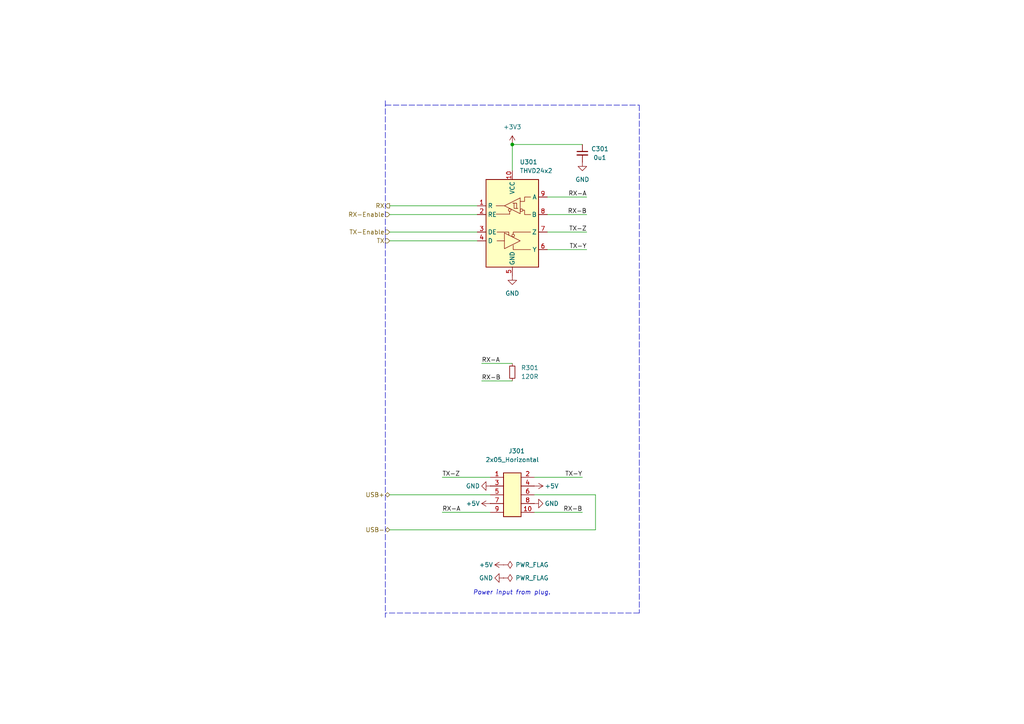
<source format=kicad_sch>
(kicad_sch (version 20250114) (generator "eeschema") (generator_version "9.0")
  (paper "A4")
  (title_block (title "V2 Link") (date "2025-10-27") (rev "4") (company "Plug"))
  (lib_symbols
    (symbol "Device:C_Small" (pin_numbers (hide yes)) (pin_names (offset 0.254) (hide yes))
      (property "Reference" "C" (at 0.254 1.778 0))
      (property "Value" "C_Small" (at 0.254 -2.032 0))
      (symbol "C_Small_0_1"
        (polyline (pts (xy -1.524 0.508) (xy 1.524 0.508)) (stroke (width 0.3048)))
        (polyline (pts (xy -1.524 -0.508) (xy 1.524 -0.508)) (stroke (width 0.3302)))
      )
      (symbol "C_Small_1_1"
        (pin passive line (at 0 2.54 270) (length 2.032) (name "~") (number "1"))
        (pin passive line (at 0 -2.54 90) (length 2.032) (name "~") (number "2"))
      )
    )
    (symbol "Device:R_Small" (pin_numbers (hide yes)) (pin_names (offset 0.254) (hide yes))
      (property "Reference" "R" (at 0 0 90))
      (property "Value" "R_Small" (at 1.778 0 90))
      (symbol "R_Small_0_1"
        (rectangle (start -0.762 1.778) (end 0.762 -1.778) (stroke (width 0.2032)))
      )
      (symbol "R_Small_1_1"
        (pin passive line (at 0 2.54 270) (length 0.762) (name "~") (number "1"))
        (pin passive line (at 0 -2.54 90) (length 0.762) (name "~") (number "2"))
      )
    )
    (symbol "V2_Connector_Header_1.27mm:2x05_Horizontal" (pin_names (hide yes))
      (property "Reference" "J" (at 0 12.7 0))
      (property "Value" "2x05_Horizontal" (at 1.27 10.16 0))
      (symbol "2x05_Horizontal_1_1"
        (rectangle (start -2.54 6.35) (end 2.54 -6.35) (stroke (width 0.254)) (fill (type background)))
        (pin passive line (at -6.35 5.08 0) (length 3.81) (name "Pin_1") (number "1"))
        (pin passive line (at -6.35 2.54 0) (length 3.81) (name "Pin_3") (number "3"))
        (pin passive line (at -6.35 0 0) (length 3.81) (name "Pin_5") (number "5"))
        (pin passive line (at -6.35 -2.54 0) (length 3.81) (name "Pin_7") (number "7"))
        (pin passive line (at -6.35 -5.08 0) (length 3.81) (name "Pin_9") (number "9"))
        (pin passive line (at 6.35 5.08 180) (length 3.81) (name "Pin_2") (number "2"))
        (pin passive line (at 6.35 2.54 180) (length 3.81) (name "Pin_4") (number "4"))
        (pin passive line (at 6.35 0 180) (length 3.81) (name "Pin_6") (number "6"))
        (pin passive line (at 6.35 -2.54 180) (length 3.81) (name "Pin_8") (number "8"))
        (pin passive line (at 6.35 -5.08 180) (length 3.81) (name "Pin_10") (number "10"))
      )
    )
    (symbol "V2_Interface_RS485:THVD24x2"
      (property "Reference" "U" (at 2.54 17.78 0))
      (property "Value" "THVD24x2" (at 2.54 15.24 0))
      (symbol "THVD24x2_0_1"
        (rectangle (start -7.62 12.7) (end 7.62 -12.7) (stroke (width 0.254)) (fill (type background)))
        (polyline (pts (xy -4.445 -5.08) (xy -2.286 -5.08)))
        (polyline (pts (xy -2.286 5.08) (xy -4.699 5.08)))
        (polyline (pts (xy -2.286 -2.794) (xy -2.286 -7.366) (xy 2.286 -5.08) (xy -2.286 -2.794)))
        (polyline (pts (xy -1.016 -3.429) (xy -1.016 -2.54) (xy -4.445 -2.54)))
        (polyline (pts (xy -0.762 3.429) (xy -0.762 2.667)))
        (polyline (pts (xy -0.762 2.667) (xy -4.699 2.667)))
        (circle (center -0.7445 3.8547) (radius 0.381))
        (circle (center 0.254 -3.556) (radius 0.381))
        (polyline (pts (xy 1.27 4.318) (xy 1.27 5.842) (xy 0.381 5.842)))
        (polyline (pts (xy 1.651 4.318) (xy 0.635 4.318) (xy 0.508 4.318) (xy 0.508 5.842) (xy 0.127 5.842)))
        (polyline (pts (xy 2.286 7.366) (xy 2.286 2.794) (xy -2.286 5.08) (xy 2.286 7.366)))
        (polyline (pts (xy 2.286 6.35) (xy 3.556 6.35) (xy 3.556 7.62) (xy 5.334 7.62)))
        (circle (center 2.667 3.81) (radius 0.381))
        (polyline (pts (xy 3.048 3.81) (xy 3.556 3.81) (xy 3.556 2.54) (xy 5.334 2.54)))
        (polyline (pts (xy 5.334 -2.54) (xy 0.254 -2.54) (xy 0.254 -3.175)))
        (polyline (pts (xy 5.334 -7.62) (xy 0.254 -7.62) (xy 0.254 -6.35)))
      )
      (symbol "THVD24x2_1_1"
        (pin output line (at -10.16 5.08 0) (length 2.54) (name "R") (number "1"))
        (pin input line (at -10.16 2.54 0) (length 2.54) (name "RE") (number "2"))
        (pin input line (at -10.16 -2.54 0) (length 2.54) (name "DE") (number "3"))
        (pin input line (at -10.16 -5.08 0) (length 2.54) (name "D") (number "4"))
        (pin power_in line (at 0 15.24 270) (length 2.54) (name "VCC") (number "10"))
        (pin passive line (at 0 -15.24 90) (length 2.54) (hide yes) (name "GND") (number "11"))
        (pin power_in line (at 0 -15.24 90) (length 2.54) (name "GND") (number "5"))
        (pin input line (at 10.16 7.62 180) (length 2.54) (name "A") (number "9"))
        (pin input line (at 10.16 2.54 180) (length 2.54) (name "B") (number "8"))
        (pin output line (at 10.16 -2.54 180) (length 2.54) (name "Z") (number "7"))
        (pin output line (at 10.16 -7.62 180) (length 2.54) (name "Y") (number "6"))
      )
    )
    (symbol "power:+3V3" (power) (pin_numbers (hide yes)) (pin_names (offset 0) (hide yes))
      (property "Value" "+3V3" (at 0 3.556 0))
      (symbol "+3V3_0_1"
        (polyline (pts (xy -0.762 1.27) (xy 0 2.54)))
        (polyline (pts (xy 0 2.54) (xy 0.762 1.27)))
        (polyline (pts (xy 0 0) (xy 0 2.54)))
      )
      (symbol "+3V3_1_1"
        (pin power_in line (at 0 0 90) (length 0) (name "~") (number "1"))
      )
    )
    (symbol "power:+5V" (power) (pin_numbers (hide yes)) (pin_names (offset 0) (hide yes))
      (property "Value" "+5V" (at 0 3.556 0))
      (symbol "+5V_0_1"
        (polyline (pts (xy -0.762 1.27) (xy 0 2.54)))
        (polyline (pts (xy 0 2.54) (xy 0.762 1.27)))
        (polyline (pts (xy 0 0) (xy 0 2.54)))
      )
      (symbol "+5V_1_1"
        (pin power_in line (at 0 0 90) (length 0) (name "~") (number "1"))
      )
    )
    (symbol "power:GND" (power) (pin_numbers (hide yes)) (pin_names (offset 0) (hide yes))
      (property "Value" "GND" (at 0 -3.81 0))
      (symbol "GND_0_1"
        (polyline (pts (xy 0 0) (xy 0 -1.27) (xy 1.27 -1.27) (xy 0 -2.54) (xy -1.27 -1.27) (xy 0 -1.27)))
      )
      (symbol "GND_1_1"
        (pin power_in line (at 0 0 270) (length 0) (name "~") (number "1"))
      )
    )
    (symbol "power:PWR_FLAG" (power) (pin_numbers (hide yes)) (pin_names (offset 0) (hide yes))
      (property "Value" "PWR_FLAG" (at 0 3.81 0))
      (symbol "PWR_FLAG_0_0"
        (pin power_out line (at 0 0 90) (length 0) (name "~") (number "1"))
      )
      (symbol "PWR_FLAG_0_1"
        (polyline (pts (xy 0 0) (xy 0 1.27) (xy -1.016 1.905) (xy 0 2.54) (xy 1.016 1.905) (xy 0 1.27)))
      )
    )
  )
  (text "Power input from plug." (at 137.16 172.72 0) (effects (font (size 1.27 1.27) (italic yes)) (justify left bottom)))
  (junction (at 148.59 41.91))
  (wire (pts (xy 148.59 105.41) (xy 139.7 105.41)))
  (wire (pts (xy 172.72 153.67) (xy 113.03 153.67)))
  (wire (pts (xy 158.75 67.31) (xy 170.18 67.31)))
  (wire (pts (xy 158.75 72.39) (xy 170.18 72.39)))
  (wire (pts (xy 113.03 143.51) (xy 142.24 143.51)))
  (wire (pts (xy 158.75 62.23) (xy 170.18 62.23)))
  (polyline (pts (xy 185.42 177.8) (xy 111.76 177.8)) (stroke (width 0) (type dash)))
  (wire (pts (xy 148.59 110.49) (xy 139.7 110.49)))
  (wire (pts (xy 142.24 138.43) (xy 128.27 138.43)))
  (wire (pts (xy 158.75 57.15) (xy 170.18 57.15)))
  (wire (pts (xy 148.59 41.91) (xy 148.59 49.53)))
  (wire (pts (xy 142.24 148.59) (xy 128.27 148.59)))
  (polyline (pts (xy 185.42 30.48) (xy 185.42 177.8)) (stroke (width 0) (type dash)))
  (wire (pts (xy 154.94 143.51) (xy 172.72 143.51)))
  (wire (pts (xy 113.03 69.85) (xy 138.43 69.85)))
  (wire (pts (xy 154.94 148.59) (xy 168.91 148.59)))
  (wire (pts (xy 148.59 41.91) (xy 168.91 41.91)))
  (wire (pts (xy 113.03 67.31) (xy 138.43 67.31)))
  (wire (pts (xy 113.03 62.23) (xy 138.43 62.23)))
  (polyline (pts (xy 111.76 29.21) (xy 111.76 179.07)) (stroke (width 0) (type dash)))
  (wire (pts (xy 154.94 138.43) (xy 168.91 138.43)))
  (wire (pts (xy 172.72 143.51) (xy 172.72 153.67)))
  (polyline (pts (xy 111.76 30.48) (xy 185.42 30.48)) (stroke (width 0) (type dash)))
  (wire (pts (xy 113.03 59.69) (xy 138.43 59.69)))
  (label "RX-B" (at 170.18 62.23 180))
  (label "RX-A" (at 139.7 105.41 0))
  (label "RX-A" (at 170.18 57.15 180))
  (label "TX-Y" (at 168.91 138.43 180))
  (label "TX-Z" (at 128.27 138.43 0))
  (label "RX-B" (at 139.7 110.49 0))
  (label "TX-Z" (at 170.18 67.31 180))
  (label "RX-B" (at 168.91 148.59 180))
  (label "TX-Y" (at 170.18 72.39 180))
  (label "RX-A" (at 128.27 148.59 0))
  (hierarchical_label "USB+" (shape bidirectional) (at 113.03 143.51 180))
  (hierarchical_label "TX-Enable" (shape input) (at 113.03 67.31 180))
  (hierarchical_label "USB-" (shape bidirectional) (at 113.03 153.67 180))
  (hierarchical_label "RX" (shape output) (at 113.03 59.69 180))
  (hierarchical_label "TX" (shape input) (at 113.03 69.85 180))
  (hierarchical_label "RX-Enable" (shape input) (at 113.03 62.23 180))
  (symbol (lib_id "power:GND") (at 168.91 46.99 0) (unit 1)
    (property "Reference" "#PWR0302" (effects (hide yes)))
    (property "Value" "GND" (at 168.91 52.07 0))
  )
  (symbol (lib_id "power:PWR_FLAG") (at 146.05 167.64 270) (unit 1)
    (property "Reference" "#FLG0302" (effects (hide yes)))
    (property "Value" "PWR_FLAG" (at 154.305 167.64 90))
  )
  (symbol (lib_id "power:PWR_FLAG") (at 146.05 163.83 270) (unit 1)
    (property "Reference" "#FLG0301" (effects (hide yes)))
    (property "Value" "PWR_FLAG" (at 154.305 163.83 90))
  )
  (symbol (lib_id "V2_Interface_RS485:THVD24x2") (at 148.59 64.77 0) (unit 1)
    (property "Reference" "U301" (at 150.7333 46.99 0) (effects (justify left)))
    (property "Value" "THVD24x2" (at 150.7333 49.53 0) (effects (justify left)))
    (property "Footprint" "V2_Package_SON:VSON-10-4-1EP_3x3mm_P0.5mm_EP1.65x2.4mm_ThermalVias" (effects (hide yes)))
  )
  (symbol (lib_id "Device:R_Small") (at 148.59 107.95 0) (unit 1)
    (property "Reference" "R301" (at 153.67 106.68 0))
    (property "Value" "120R" (at 153.67 109.22 0))
    (property "Footprint" "Resistor_SMD:R_0603_1608Metric" (effects (hide yes)))
  )
  (symbol (lib_id "V2_Connector_Header_1.27mm:2x05_Horizontal") (at 148.59 143.51 0) (unit 1)
    (property "Reference" "J301" (at 149.86 130.81 0))
    (property "Value" "2x05_Horizontal" (at 148.59 133.35 0))
    (property "Footprint" "V2_Connector_Header_1.27mm:PinHeader_2x05_P1.27mm_Horizontal" (effects (hide yes)))
    (property "Sim.Enable" "0" (effects (hide yes)))
  )
  (symbol (lib_id "power:+5V") (at 146.05 163.83 90) (unit 1)
    (property "Reference" "#PWR0308" (effects (hide yes)))
    (property "Value" "+5V" (at 140.97 163.83 90))
  )
  (symbol (lib_id "power:GND") (at 142.24 140.97 270) (unit 1)
    (property "Reference" "#PWR0304" (effects (hide yes)))
    (property "Value" "GND" (at 137.16 140.9699 90))
  )
  (symbol (lib_id "power:+5V") (at 142.24 146.05 90) (unit 1)
    (property "Reference" "#PWR0306" (effects (hide yes)))
    (property "Value" "+5V" (at 137.16 146.05 90))
  )
  (symbol (lib_id "power:GND") (at 148.59 80.01 0) (unit 1)
    (property "Reference" "#PWR0303" (effects (hide yes)))
    (property "Value" "GND" (at 148.59 85.09 0))
  )
  (symbol (lib_id "power:+5V") (at 154.94 140.97 270) (unit 1)
    (property "Reference" "#PWR0305" (effects (hide yes)))
    (property "Value" "+5V" (at 160.02 140.97 90))
  )
  (symbol (lib_id "power:+3V3") (at 148.59 41.91 0) (unit 1)
    (property "Reference" "#PWR0301" (effects (hide yes)))
    (property "Value" "+3V3" (at 148.59 36.83 0))
  )
  (symbol (lib_id "power:GND") (at 146.05 167.64 270) (unit 1)
    (property "Reference" "#PWR0309" (effects (hide yes)))
    (property "Value" "GND" (at 140.97 167.64 90))
  )
  (symbol (lib_id "power:GND") (at 154.94 146.05 90) (unit 1)
    (property "Reference" "#PWR0307" (effects (hide yes)))
    (property "Value" "GND" (at 160.02 146.05 90))
  )
  (symbol (lib_id "Device:C_Small") (at 168.91 44.45 0) (unit 1)
    (property "Reference" "C301" (at 171.45 43.1862 0) (effects (justify left)))
    (property "Value" "0u1" (at 173.99 45.7262 0))
    (property "Footprint" "Capacitor_SMD:C_0603_1608Metric" (effects (hide yes)))
  )
)
</source>
